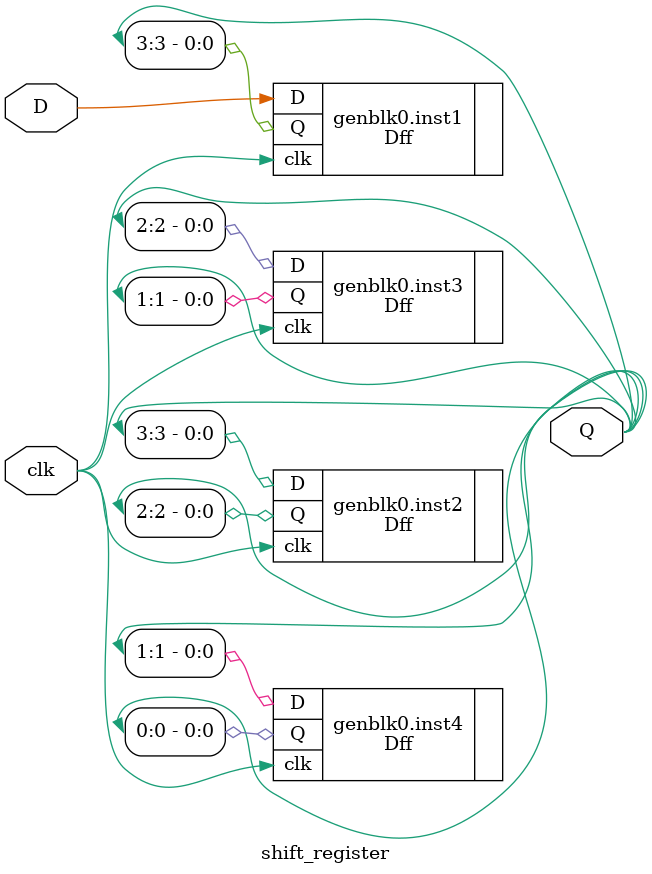
<source format=v>
`timescale 1ns / 1ps


module shift_register(input D, input clk, output [3:0]Q);
    begin
    Dff inst1(.D(D), .clk(clk), .Q(Q[3]));
    Dff inst2(.D(Q[3]), .clk(clk), .Q(Q[2]));
    Dff inst3(.D(Q[2]), .clk(clk), .Q(Q[1]));
    Dff inst4(.D(Q[1]), .clk(clk), .Q(Q[0]));
    
    end
endmodule

</source>
